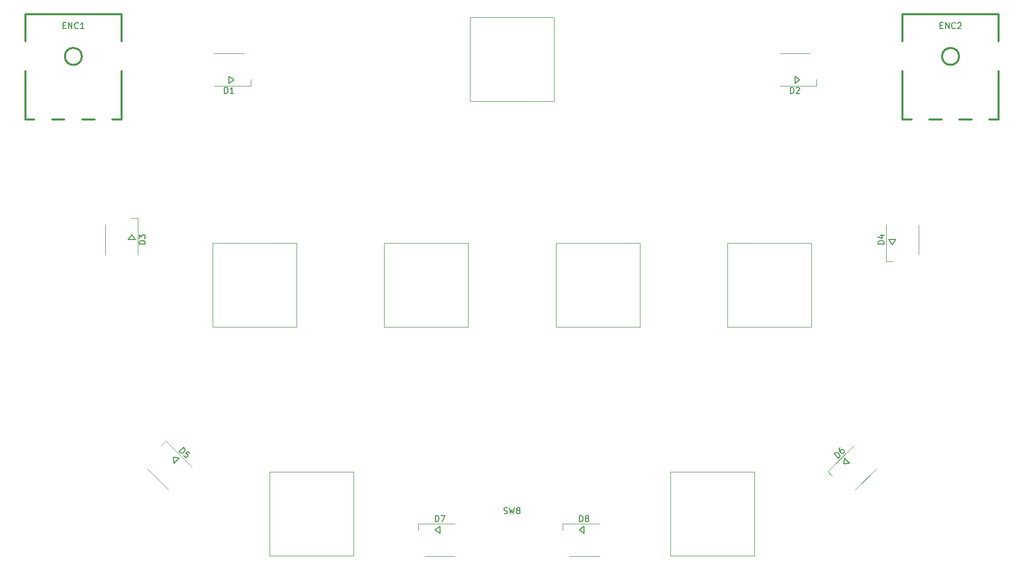
<source format=gto>
G04 #@! TF.GenerationSoftware,KiCad,Pcbnew,(5.1.10)-1*
G04 #@! TF.CreationDate,2021-06-02T00:04:46-04:00*
G04 #@! TF.ProjectId,PocketVoltex,506f636b-6574-4566-9f6c-7465782e6b69,7*
G04 #@! TF.SameCoordinates,Original*
G04 #@! TF.FileFunction,Legend,Top*
G04 #@! TF.FilePolarity,Positive*
%FSLAX46Y46*%
G04 Gerber Fmt 4.6, Leading zero omitted, Abs format (unit mm)*
G04 Created by KiCad (PCBNEW (5.1.10)-1) date 2021-06-02 00:04:46*
%MOMM*%
%LPD*%
G01*
G04 APERTURE LIST*
%ADD10C,0.120000*%
%ADD11C,0.150000*%
%ADD12C,0.300000*%
G04 APERTURE END LIST*
D10*
X169700000Y-148700000D02*
X164700000Y-148700000D01*
X163600000Y-144400000D02*
X163600000Y-143300000D01*
X163600000Y-143300000D02*
X169700000Y-143300000D01*
D11*
X166400000Y-144300000D02*
X167200000Y-144900000D01*
X167200000Y-144900000D02*
X167200000Y-143700000D01*
X167200000Y-143700000D02*
X166400000Y-144300000D01*
D10*
X145700000Y-148700000D02*
X140700000Y-148700000D01*
X139600000Y-144400000D02*
X139600000Y-143300000D01*
X139600000Y-143300000D02*
X145700000Y-143300000D01*
D11*
X142400000Y-144300000D02*
X143200000Y-144900000D01*
X143200000Y-144900000D02*
X143200000Y-143700000D01*
X143200000Y-143700000D02*
X142400000Y-144300000D01*
D10*
X215876955Y-134141421D02*
X212341421Y-137676955D01*
X208523045Y-135414214D02*
X207745227Y-134636396D01*
X207745227Y-134636396D02*
X212058579Y-130323045D01*
D11*
X210432233Y-133363604D02*
X211422183Y-133222183D01*
X211422183Y-133222183D02*
X210573654Y-132373654D01*
X210573654Y-132373654D02*
X210432233Y-133363604D01*
D10*
X98058579Y-137676955D02*
X94523045Y-134141421D01*
X96785786Y-130323045D02*
X97563604Y-129545227D01*
X97563604Y-129545227D02*
X101876955Y-133858579D01*
D11*
X98836396Y-132232233D02*
X98977817Y-133222183D01*
X98977817Y-133222183D02*
X99826346Y-132373654D01*
X99826346Y-132373654D02*
X98836396Y-132232233D01*
D10*
X222900000Y-93500000D02*
X222900000Y-98500000D01*
X218600000Y-99600000D02*
X217500000Y-99600000D01*
X217500000Y-99600000D02*
X217500000Y-93500000D01*
D11*
X218500000Y-96800000D02*
X219100000Y-96000000D01*
X219100000Y-96000000D02*
X217900000Y-96000000D01*
X217900000Y-96000000D02*
X218500000Y-96800000D01*
D10*
X87500000Y-98500000D02*
X87500000Y-93500000D01*
X91800000Y-92400000D02*
X92900000Y-92400000D01*
X92900000Y-92400000D02*
X92900000Y-98500000D01*
D11*
X91900000Y-95200000D02*
X91300000Y-96000000D01*
X91300000Y-96000000D02*
X92500000Y-96000000D01*
X92500000Y-96000000D02*
X91900000Y-95200000D01*
D10*
X199800000Y-65000000D02*
X204800000Y-65000000D01*
X205900000Y-69300000D02*
X205900000Y-70400000D01*
X205900000Y-70400000D02*
X199800000Y-70400000D01*
D11*
X203100000Y-69400000D02*
X202300000Y-68800000D01*
X202300000Y-68800000D02*
X202300000Y-70000000D01*
X202300000Y-70000000D02*
X203100000Y-69400000D01*
D10*
X105600000Y-65000000D02*
X110600000Y-65000000D01*
X111700000Y-69300000D02*
X111700000Y-70400000D01*
X111700000Y-70400000D02*
X105600000Y-70400000D01*
D11*
X108900000Y-69400000D02*
X108100000Y-68800000D01*
X108100000Y-68800000D02*
X108100000Y-70000000D01*
X108100000Y-70000000D02*
X108900000Y-69400000D01*
D12*
X83614214Y-65500000D02*
G75*
G03*
X83614214Y-65500000I-1414214J0D01*
G01*
X74200000Y-63000000D02*
X74200000Y-58500000D01*
X74200000Y-58500000D02*
X90200000Y-58500000D01*
X90200000Y-58500000D02*
X90200000Y-63000000D01*
X90200000Y-68000000D02*
X90200000Y-76000000D01*
X90200000Y-76000000D02*
X88700000Y-76000000D01*
X85700000Y-76000000D02*
X83700000Y-76000000D01*
X80700000Y-76000000D02*
X78700000Y-76000000D01*
X75700000Y-76000000D02*
X74200000Y-76000000D01*
X74200000Y-76000000D02*
X74200000Y-68000000D01*
X229614214Y-65500000D02*
G75*
G03*
X229614214Y-65500000I-1414214J0D01*
G01*
X220200000Y-63000000D02*
X220200000Y-58500000D01*
X220200000Y-58500000D02*
X236200000Y-58500000D01*
X236200000Y-58500000D02*
X236200000Y-63000000D01*
X236200000Y-68000000D02*
X236200000Y-76000000D01*
X236200000Y-76000000D02*
X234700000Y-76000000D01*
X231700000Y-76000000D02*
X229700000Y-76000000D01*
X226700000Y-76000000D02*
X224700000Y-76000000D01*
X221700000Y-76000000D02*
X220200000Y-76000000D01*
X220200000Y-76000000D02*
X220200000Y-68000000D01*
D10*
X195522500Y-134707000D02*
X195522500Y-148677000D01*
X181552500Y-134707000D02*
X195522500Y-134707000D01*
X181552500Y-148677000D02*
X181552500Y-134707000D01*
X195522500Y-148677000D02*
X181552500Y-148677000D01*
X128847500Y-134707000D02*
X128847500Y-148677000D01*
X114877500Y-134707000D02*
X128847500Y-134707000D01*
X114877500Y-148677000D02*
X114877500Y-134707000D01*
X128847500Y-148677000D02*
X114877500Y-148677000D01*
X205047500Y-96607000D02*
X205047500Y-110577000D01*
X191077500Y-96607000D02*
X205047500Y-96607000D01*
X191077500Y-110577000D02*
X191077500Y-96607000D01*
X205047500Y-110577000D02*
X191077500Y-110577000D01*
X176472500Y-96607000D02*
X176472500Y-110577000D01*
X162502500Y-96607000D02*
X176472500Y-96607000D01*
X162502500Y-110577000D02*
X162502500Y-96607000D01*
X176472500Y-110577000D02*
X162502500Y-110577000D01*
X147897500Y-96607000D02*
X147897500Y-110577000D01*
X133927500Y-96607000D02*
X147897500Y-96607000D01*
X133927500Y-110577000D02*
X133927500Y-96607000D01*
X147897500Y-110577000D02*
X133927500Y-110577000D01*
X119322500Y-96607000D02*
X119322500Y-110577000D01*
X105352500Y-96607000D02*
X119322500Y-96607000D01*
X105352500Y-110577000D02*
X105352500Y-96607000D01*
X119322500Y-110577000D02*
X105352500Y-110577000D01*
X162185000Y-59015000D02*
X162185000Y-72985000D01*
X148215000Y-59015000D02*
X162185000Y-59015000D01*
X148215000Y-72985000D02*
X148215000Y-59015000D01*
X162185000Y-72985000D02*
X148215000Y-72985000D01*
D11*
X166461904Y-142952380D02*
X166461904Y-141952380D01*
X166700000Y-141952380D01*
X166842857Y-142000000D01*
X166938095Y-142095238D01*
X166985714Y-142190476D01*
X167033333Y-142380952D01*
X167033333Y-142523809D01*
X166985714Y-142714285D01*
X166938095Y-142809523D01*
X166842857Y-142904761D01*
X166700000Y-142952380D01*
X166461904Y-142952380D01*
X167604761Y-142380952D02*
X167509523Y-142333333D01*
X167461904Y-142285714D01*
X167414285Y-142190476D01*
X167414285Y-142142857D01*
X167461904Y-142047619D01*
X167509523Y-142000000D01*
X167604761Y-141952380D01*
X167795238Y-141952380D01*
X167890476Y-142000000D01*
X167938095Y-142047619D01*
X167985714Y-142142857D01*
X167985714Y-142190476D01*
X167938095Y-142285714D01*
X167890476Y-142333333D01*
X167795238Y-142380952D01*
X167604761Y-142380952D01*
X167509523Y-142428571D01*
X167461904Y-142476190D01*
X167414285Y-142571428D01*
X167414285Y-142761904D01*
X167461904Y-142857142D01*
X167509523Y-142904761D01*
X167604761Y-142952380D01*
X167795238Y-142952380D01*
X167890476Y-142904761D01*
X167938095Y-142857142D01*
X167985714Y-142761904D01*
X167985714Y-142571428D01*
X167938095Y-142476190D01*
X167890476Y-142428571D01*
X167795238Y-142380952D01*
X142461904Y-142952380D02*
X142461904Y-141952380D01*
X142700000Y-141952380D01*
X142842857Y-142000000D01*
X142938095Y-142095238D01*
X142985714Y-142190476D01*
X143033333Y-142380952D01*
X143033333Y-142523809D01*
X142985714Y-142714285D01*
X142938095Y-142809523D01*
X142842857Y-142904761D01*
X142700000Y-142952380D01*
X142461904Y-142952380D01*
X143366666Y-141952380D02*
X144033333Y-141952380D01*
X143604761Y-142952380D01*
X209523095Y-132366919D02*
X208815988Y-131659813D01*
X208984347Y-131491454D01*
X209119034Y-131424110D01*
X209253721Y-131424110D01*
X209354736Y-131457782D01*
X209523095Y-131558797D01*
X209624110Y-131659813D01*
X209725126Y-131828171D01*
X209758797Y-131929187D01*
X209758797Y-132063874D01*
X209691454Y-132198561D01*
X209523095Y-132366919D01*
X209826141Y-130649660D02*
X209691454Y-130784347D01*
X209657782Y-130885362D01*
X209657782Y-130952706D01*
X209691454Y-131121064D01*
X209792469Y-131289423D01*
X210061843Y-131558797D01*
X210162858Y-131592469D01*
X210230202Y-131592469D01*
X210331217Y-131558797D01*
X210465904Y-131424110D01*
X210499576Y-131323095D01*
X210499576Y-131255751D01*
X210465904Y-131154736D01*
X210297545Y-130986377D01*
X210196530Y-130952706D01*
X210129187Y-130952706D01*
X210028171Y-130986377D01*
X209893484Y-131121064D01*
X209859813Y-131222080D01*
X209859813Y-131289423D01*
X209893484Y-131390438D01*
X99833080Y-131323095D02*
X100540186Y-130615988D01*
X100708545Y-130784347D01*
X100775889Y-130919034D01*
X100775889Y-131053721D01*
X100742217Y-131154736D01*
X100641202Y-131323095D01*
X100540186Y-131424110D01*
X100371828Y-131525126D01*
X100270812Y-131558797D01*
X100136125Y-131558797D01*
X100001438Y-131491454D01*
X99833080Y-131323095D01*
X101584011Y-131659813D02*
X101247293Y-131323095D01*
X100876904Y-131626141D01*
X100944248Y-131626141D01*
X101045263Y-131659813D01*
X101213622Y-131828171D01*
X101247293Y-131929187D01*
X101247293Y-131996530D01*
X101213622Y-132097545D01*
X101045263Y-132265904D01*
X100944248Y-132299576D01*
X100876904Y-132299576D01*
X100775889Y-132265904D01*
X100607530Y-132097545D01*
X100573858Y-131996530D01*
X100573858Y-131929187D01*
X217152380Y-96738095D02*
X216152380Y-96738095D01*
X216152380Y-96500000D01*
X216200000Y-96357142D01*
X216295238Y-96261904D01*
X216390476Y-96214285D01*
X216580952Y-96166666D01*
X216723809Y-96166666D01*
X216914285Y-96214285D01*
X217009523Y-96261904D01*
X217104761Y-96357142D01*
X217152380Y-96500000D01*
X217152380Y-96738095D01*
X216485714Y-95309523D02*
X217152380Y-95309523D01*
X216104761Y-95547619D02*
X216819047Y-95785714D01*
X216819047Y-95166666D01*
X94152380Y-96738095D02*
X93152380Y-96738095D01*
X93152380Y-96500000D01*
X93200000Y-96357142D01*
X93295238Y-96261904D01*
X93390476Y-96214285D01*
X93580952Y-96166666D01*
X93723809Y-96166666D01*
X93914285Y-96214285D01*
X94009523Y-96261904D01*
X94104761Y-96357142D01*
X94152380Y-96500000D01*
X94152380Y-96738095D01*
X93152380Y-95833333D02*
X93152380Y-95214285D01*
X93533333Y-95547619D01*
X93533333Y-95404761D01*
X93580952Y-95309523D01*
X93628571Y-95261904D01*
X93723809Y-95214285D01*
X93961904Y-95214285D01*
X94057142Y-95261904D01*
X94104761Y-95309523D01*
X94152380Y-95404761D01*
X94152380Y-95690476D01*
X94104761Y-95785714D01*
X94057142Y-95833333D01*
X201561904Y-71652380D02*
X201561904Y-70652380D01*
X201800000Y-70652380D01*
X201942857Y-70700000D01*
X202038095Y-70795238D01*
X202085714Y-70890476D01*
X202133333Y-71080952D01*
X202133333Y-71223809D01*
X202085714Y-71414285D01*
X202038095Y-71509523D01*
X201942857Y-71604761D01*
X201800000Y-71652380D01*
X201561904Y-71652380D01*
X202514285Y-70747619D02*
X202561904Y-70700000D01*
X202657142Y-70652380D01*
X202895238Y-70652380D01*
X202990476Y-70700000D01*
X203038095Y-70747619D01*
X203085714Y-70842857D01*
X203085714Y-70938095D01*
X203038095Y-71080952D01*
X202466666Y-71652380D01*
X203085714Y-71652380D01*
X107361904Y-71652380D02*
X107361904Y-70652380D01*
X107600000Y-70652380D01*
X107742857Y-70700000D01*
X107838095Y-70795238D01*
X107885714Y-70890476D01*
X107933333Y-71080952D01*
X107933333Y-71223809D01*
X107885714Y-71414285D01*
X107838095Y-71509523D01*
X107742857Y-71604761D01*
X107600000Y-71652380D01*
X107361904Y-71652380D01*
X108885714Y-71652380D02*
X108314285Y-71652380D01*
X108600000Y-71652380D02*
X108600000Y-70652380D01*
X108504761Y-70795238D01*
X108409523Y-70890476D01*
X108314285Y-70938095D01*
X153866666Y-141596761D02*
X154009523Y-141644380D01*
X154247619Y-141644380D01*
X154342857Y-141596761D01*
X154390476Y-141549142D01*
X154438095Y-141453904D01*
X154438095Y-141358666D01*
X154390476Y-141263428D01*
X154342857Y-141215809D01*
X154247619Y-141168190D01*
X154057142Y-141120571D01*
X153961904Y-141072952D01*
X153914285Y-141025333D01*
X153866666Y-140930095D01*
X153866666Y-140834857D01*
X153914285Y-140739619D01*
X153961904Y-140692000D01*
X154057142Y-140644380D01*
X154295238Y-140644380D01*
X154438095Y-140692000D01*
X154771428Y-140644380D02*
X155009523Y-141644380D01*
X155200000Y-140930095D01*
X155390476Y-141644380D01*
X155628571Y-140644380D01*
X156152380Y-141072952D02*
X156057142Y-141025333D01*
X156009523Y-140977714D01*
X155961904Y-140882476D01*
X155961904Y-140834857D01*
X156009523Y-140739619D01*
X156057142Y-140692000D01*
X156152380Y-140644380D01*
X156342857Y-140644380D01*
X156438095Y-140692000D01*
X156485714Y-140739619D01*
X156533333Y-140834857D01*
X156533333Y-140882476D01*
X156485714Y-140977714D01*
X156438095Y-141025333D01*
X156342857Y-141072952D01*
X156152380Y-141072952D01*
X156057142Y-141120571D01*
X156009523Y-141168190D01*
X155961904Y-141263428D01*
X155961904Y-141453904D01*
X156009523Y-141549142D01*
X156057142Y-141596761D01*
X156152380Y-141644380D01*
X156342857Y-141644380D01*
X156438095Y-141596761D01*
X156485714Y-141549142D01*
X156533333Y-141453904D01*
X156533333Y-141263428D01*
X156485714Y-141168190D01*
X156438095Y-141120571D01*
X156342857Y-141072952D01*
X80485714Y-60348571D02*
X80819047Y-60348571D01*
X80961904Y-60872380D02*
X80485714Y-60872380D01*
X80485714Y-59872380D01*
X80961904Y-59872380D01*
X81390476Y-60872380D02*
X81390476Y-59872380D01*
X81961904Y-60872380D01*
X81961904Y-59872380D01*
X83009523Y-60777142D02*
X82961904Y-60824761D01*
X82819047Y-60872380D01*
X82723809Y-60872380D01*
X82580952Y-60824761D01*
X82485714Y-60729523D01*
X82438095Y-60634285D01*
X82390476Y-60443809D01*
X82390476Y-60300952D01*
X82438095Y-60110476D01*
X82485714Y-60015238D01*
X82580952Y-59920000D01*
X82723809Y-59872380D01*
X82819047Y-59872380D01*
X82961904Y-59920000D01*
X83009523Y-59967619D01*
X83961904Y-60872380D02*
X83390476Y-60872380D01*
X83676190Y-60872380D02*
X83676190Y-59872380D01*
X83580952Y-60015238D01*
X83485714Y-60110476D01*
X83390476Y-60158095D01*
X226485714Y-60348571D02*
X226819047Y-60348571D01*
X226961904Y-60872380D02*
X226485714Y-60872380D01*
X226485714Y-59872380D01*
X226961904Y-59872380D01*
X227390476Y-60872380D02*
X227390476Y-59872380D01*
X227961904Y-60872380D01*
X227961904Y-59872380D01*
X229009523Y-60777142D02*
X228961904Y-60824761D01*
X228819047Y-60872380D01*
X228723809Y-60872380D01*
X228580952Y-60824761D01*
X228485714Y-60729523D01*
X228438095Y-60634285D01*
X228390476Y-60443809D01*
X228390476Y-60300952D01*
X228438095Y-60110476D01*
X228485714Y-60015238D01*
X228580952Y-59920000D01*
X228723809Y-59872380D01*
X228819047Y-59872380D01*
X228961904Y-59920000D01*
X229009523Y-59967619D01*
X229390476Y-59967619D02*
X229438095Y-59920000D01*
X229533333Y-59872380D01*
X229771428Y-59872380D01*
X229866666Y-59920000D01*
X229914285Y-59967619D01*
X229961904Y-60062857D01*
X229961904Y-60158095D01*
X229914285Y-60300952D01*
X229342857Y-60872380D01*
X229961904Y-60872380D01*
M02*

</source>
